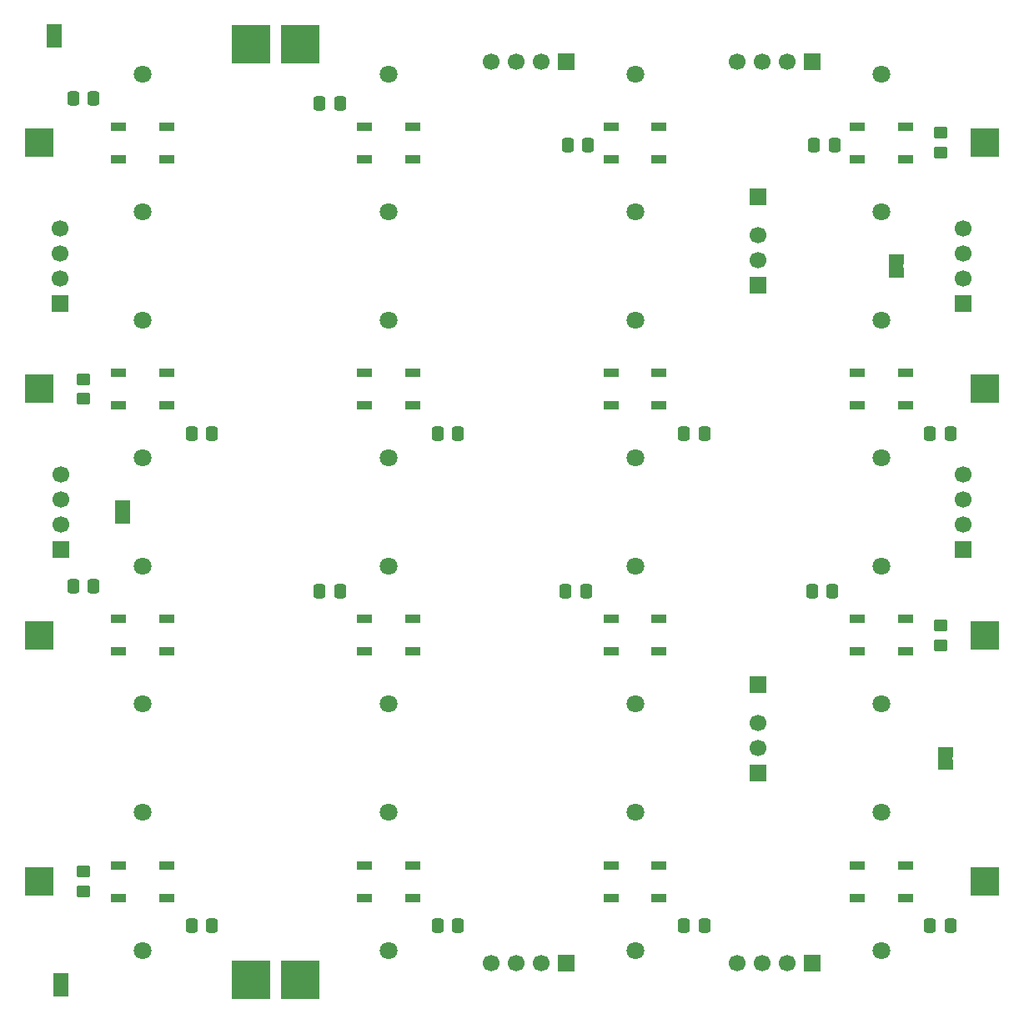
<source format=gts>
%TF.GenerationSoftware,KiCad,Pcbnew,9.0.6*%
%TF.CreationDate,2025-11-15T09:42:16+01:00*%
%TF.ProjectId,mux_led_reed,6d75785f-6c65-4645-9f72-6565642e6b69,1*%
%TF.SameCoordinates,Original*%
%TF.FileFunction,Soldermask,Top*%
%TF.FilePolarity,Negative*%
%FSLAX46Y46*%
G04 Gerber Fmt 4.6, Leading zero omitted, Abs format (unit mm)*
G04 Created by KiCad (PCBNEW 9.0.6) date 2025-11-15 09:42:16*
%MOMM*%
%LPD*%
G01*
G04 APERTURE LIST*
G04 Aperture macros list*
%AMRoundRect*
0 Rectangle with rounded corners*
0 $1 Rounding radius*
0 $2 $3 $4 $5 $6 $7 $8 $9 X,Y pos of 4 corners*
0 Add a 4 corners polygon primitive as box body*
4,1,4,$2,$3,$4,$5,$6,$7,$8,$9,$2,$3,0*
0 Add four circle primitives for the rounded corners*
1,1,$1+$1,$2,$3*
1,1,$1+$1,$4,$5*
1,1,$1+$1,$6,$7*
1,1,$1+$1,$8,$9*
0 Add four rect primitives between the rounded corners*
20,1,$1+$1,$2,$3,$4,$5,0*
20,1,$1+$1,$4,$5,$6,$7,0*
20,1,$1+$1,$6,$7,$8,$9,0*
20,1,$1+$1,$8,$9,$2,$3,0*%
G04 Aperture macros list end*
%ADD10RoundRect,0.090000X0.660000X0.360000X-0.660000X0.360000X-0.660000X-0.360000X0.660000X-0.360000X0*%
%ADD11C,1.800000*%
%ADD12R,1.500000X1.000000*%
%ADD13RoundRect,0.250000X-0.337500X-0.475000X0.337500X-0.475000X0.337500X0.475000X-0.337500X0.475000X0*%
%ADD14R,1.700000X1.700000*%
%ADD15C,1.700000*%
%ADD16R,3.000000X3.000000*%
%ADD17R,4.000000X4.000000*%
%ADD18RoundRect,0.250000X0.450000X-0.350000X0.450000X0.350000X-0.450000X0.350000X-0.450000X-0.350000X0*%
%ADD19RoundRect,0.090000X-0.660000X-0.360000X0.660000X-0.360000X0.660000X0.360000X-0.660000X0.360000X0*%
%ADD20RoundRect,0.250000X0.337500X0.475000X-0.337500X0.475000X-0.337500X-0.475000X0.337500X-0.475000X0*%
G04 APERTURE END LIST*
%TO.C,JP2*%
G36*
X173870000Y-119730000D02*
G01*
X175370000Y-119730000D01*
X175370000Y-119430000D01*
X173870000Y-119430000D01*
X173870000Y-119730000D01*
G37*
%TO.C,JP3*%
G36*
X90370000Y-94730000D02*
G01*
X91870000Y-94730000D01*
X91870000Y-94430000D01*
X90370000Y-94430000D01*
X90370000Y-94730000D01*
G37*
%TO.C,JP1*%
G36*
X84070029Y-142730999D02*
G01*
X85570029Y-142730999D01*
X85570029Y-142430999D01*
X84070029Y-142430999D01*
X84070029Y-142730999D01*
G37*
%TO.C,JP5*%
G36*
X83370707Y-46379293D02*
G01*
X84870707Y-46379293D01*
X84870707Y-46079293D01*
X83370707Y-46079293D01*
X83370707Y-46379293D01*
G37*
%TO.C,JP4*%
G36*
X168870000Y-69730000D02*
G01*
X170370000Y-69730000D01*
X170370000Y-69430000D01*
X168870000Y-69430000D01*
X168870000Y-69730000D01*
G37*
%TD*%
D10*
%TO.C,D11*%
X145570000Y-83730000D03*
X145570000Y-80430000D03*
X140670000Y-80430000D03*
X140670000Y-83730000D03*
%TD*%
D11*
%TO.C,SW9*%
X93120000Y-75080000D03*
X93120000Y-89080000D03*
%TD*%
D12*
%TO.C,JP2*%
X174620000Y-120230000D03*
X174620000Y-118930000D03*
%TD*%
%TO.C,JP3*%
X91120000Y-95230000D03*
X91120000Y-93930000D03*
%TD*%
D13*
%TO.C,C13*%
X161282500Y-57280000D03*
X163357500Y-57280000D03*
%TD*%
D11*
%TO.C,SW15*%
X118120000Y-64080000D03*
X118120000Y-50080000D03*
%TD*%
D14*
%TO.C,J6*%
X161100000Y-140360000D03*
D15*
X158560000Y-140360000D03*
X156020000Y-140360000D03*
X153480000Y-140360000D03*
%TD*%
D10*
%TO.C,D1*%
X95570000Y-133730000D03*
X95570000Y-130430000D03*
X90670000Y-130430000D03*
X90670000Y-133730000D03*
%TD*%
%TO.C,D10*%
X120570000Y-83730000D03*
X120570000Y-80430000D03*
X115670000Y-80430000D03*
X115670000Y-83730000D03*
%TD*%
%TO.C,D12*%
X170570000Y-83730000D03*
X170570000Y-80430000D03*
X165670000Y-80430000D03*
X165670000Y-83730000D03*
%TD*%
D13*
%TO.C,C16*%
X86082500Y-52580000D03*
X88157500Y-52580000D03*
%TD*%
%TO.C,C7*%
X111082500Y-102580000D03*
X113157500Y-102580000D03*
%TD*%
D16*
%TO.C,TP1*%
X82620000Y-132080000D03*
%TD*%
D11*
%TO.C,SW3*%
X143120000Y-125080000D03*
X143120000Y-139080000D03*
%TD*%
D14*
%TO.C,J8*%
X136140000Y-48820000D03*
D15*
X133600000Y-48820000D03*
X131060000Y-48820000D03*
X128520000Y-48820000D03*
%TD*%
D17*
%TO.C,TP9*%
X104120000Y-142080000D03*
%TD*%
%TO.C,TP11*%
X104120000Y-47080000D03*
%TD*%
D18*
%TO.C,R4*%
X174120000Y-58080000D03*
X174120000Y-56080000D03*
%TD*%
%TO.C,R2*%
X174120000Y-108080000D03*
X174120000Y-106080000D03*
%TD*%
D13*
%TO.C,C14*%
X136282500Y-57280000D03*
X138357500Y-57280000D03*
%TD*%
D19*
%TO.C,D16*%
X90670000Y-55430000D03*
X90670000Y-58730000D03*
X95570000Y-58730000D03*
X95570000Y-55430000D03*
%TD*%
D11*
%TO.C,SW1*%
X93120000Y-125080000D03*
X93120000Y-139080000D03*
%TD*%
D13*
%TO.C,C8*%
X86082500Y-102080000D03*
X88157500Y-102080000D03*
%TD*%
D19*
%TO.C,D8*%
X90670000Y-105430000D03*
X90670000Y-108730000D03*
X95570000Y-108730000D03*
X95570000Y-105430000D03*
%TD*%
D11*
%TO.C,SW14*%
X143120000Y-64080000D03*
X143120000Y-50080000D03*
%TD*%
D20*
%TO.C,C2*%
X125157500Y-136580000D03*
X123082500Y-136580000D03*
%TD*%
D10*
%TO.C,D3*%
X145570000Y-133730000D03*
X145570000Y-130430000D03*
X140670000Y-130430000D03*
X140670000Y-133730000D03*
%TD*%
D19*
%TO.C,D6*%
X140670000Y-105430000D03*
X140670000Y-108730000D03*
X145570000Y-108730000D03*
X145570000Y-105430000D03*
%TD*%
D10*
%TO.C,D2*%
X120570000Y-133730000D03*
X120570000Y-130430000D03*
X115670000Y-130430000D03*
X115670000Y-133730000D03*
%TD*%
D14*
%TO.C,J11*%
X176420000Y-73400000D03*
D15*
X176420000Y-70860000D03*
X176420000Y-68320000D03*
X176420000Y-65780000D03*
%TD*%
D20*
%TO.C,C11*%
X150157500Y-86580000D03*
X148082500Y-86580000D03*
%TD*%
D16*
%TO.C,TP6*%
X178620000Y-82080000D03*
%TD*%
D19*
%TO.C,D15*%
X115670000Y-55430000D03*
X115670000Y-58730000D03*
X120570000Y-58730000D03*
X120570000Y-55430000D03*
%TD*%
D11*
%TO.C,SW5*%
X168120000Y-114080000D03*
X168120000Y-100080000D03*
%TD*%
D14*
%TO.C,J10*%
X84820000Y-98400000D03*
D15*
X84820000Y-95860000D03*
X84820000Y-93320000D03*
X84820000Y-90780000D03*
%TD*%
D11*
%TO.C,SW10*%
X118120000Y-75080000D03*
X118120000Y-89080000D03*
%TD*%
D19*
%TO.C,D7*%
X115670000Y-105430000D03*
X115670000Y-108730000D03*
X120570000Y-108730000D03*
X120570000Y-105430000D03*
%TD*%
D20*
%TO.C,C1*%
X100157500Y-136580000D03*
X98082500Y-136580000D03*
%TD*%
D12*
%TO.C,JP1*%
X84820029Y-143230999D03*
X84820029Y-141930999D03*
%TD*%
D11*
%TO.C,SW2*%
X118120000Y-125080000D03*
X118120000Y-139080000D03*
%TD*%
D19*
%TO.C,D13*%
X165670000Y-55430000D03*
X165670000Y-58730000D03*
X170570000Y-58730000D03*
X170570000Y-55430000D03*
%TD*%
D16*
%TO.C,TP7*%
X178620000Y-57080000D03*
%TD*%
D18*
%TO.C,R1*%
X87120000Y-133080000D03*
X87120000Y-131080000D03*
%TD*%
D11*
%TO.C,SW16*%
X93120000Y-64080000D03*
X93120000Y-50080000D03*
%TD*%
D14*
%TO.C,J5*%
X136140000Y-140370000D03*
D15*
X133600000Y-140370000D03*
X131060000Y-140370000D03*
X128520000Y-140370000D03*
%TD*%
D11*
%TO.C,SW13*%
X168120000Y-64080000D03*
X168120000Y-50080000D03*
%TD*%
D12*
%TO.C,JP5*%
X84120707Y-46879293D03*
X84120707Y-45579293D03*
%TD*%
D20*
%TO.C,C10*%
X125157500Y-86580000D03*
X123082500Y-86580000D03*
%TD*%
D17*
%TO.C,TP10*%
X109120000Y-142080000D03*
%TD*%
D16*
%TO.C,TP5*%
X82620000Y-82080000D03*
%TD*%
D11*
%TO.C,SW7*%
X118120000Y-114080000D03*
X118120000Y-100080000D03*
%TD*%
D20*
%TO.C,C4*%
X175157500Y-136580000D03*
X173082500Y-136580000D03*
%TD*%
D11*
%TO.C,SW4*%
X168120000Y-125080000D03*
X168120000Y-139080000D03*
%TD*%
D13*
%TO.C,C5*%
X161082500Y-102580000D03*
X163157500Y-102580000D03*
%TD*%
D18*
%TO.C,R3*%
X87120000Y-83080000D03*
X87120000Y-81080000D03*
%TD*%
D11*
%TO.C,SW6*%
X143120000Y-114080000D03*
X143120000Y-100080000D03*
%TD*%
D20*
%TO.C,C12*%
X175157500Y-86580000D03*
X173082500Y-86580000D03*
%TD*%
%TO.C,C3*%
X150157500Y-136580000D03*
X148082500Y-136580000D03*
%TD*%
D14*
%TO.C,J9*%
X84755000Y-73400000D03*
D15*
X84755000Y-70860000D03*
X84755000Y-68320000D03*
X84755000Y-65780000D03*
%TD*%
D14*
%TO.C,J7*%
X161100000Y-48820000D03*
D15*
X158560000Y-48820000D03*
X156020000Y-48820000D03*
X153480000Y-48820000D03*
%TD*%
D10*
%TO.C,D9*%
X95570000Y-83730000D03*
X95570000Y-80430000D03*
X90670000Y-80430000D03*
X90670000Y-83730000D03*
%TD*%
D16*
%TO.C,TP2*%
X178620000Y-132080000D03*
%TD*%
D11*
%TO.C,SW11*%
X143120000Y-75080000D03*
X143120000Y-89080000D03*
%TD*%
D19*
%TO.C,D14*%
X140670000Y-55430000D03*
X140670000Y-58730000D03*
X145570000Y-58730000D03*
X145570000Y-55430000D03*
%TD*%
D17*
%TO.C,TP12*%
X109120000Y-47080000D03*
%TD*%
D16*
%TO.C,TP3*%
X178620000Y-107080000D03*
%TD*%
D12*
%TO.C,JP4*%
X169620000Y-70230000D03*
X169620000Y-68930000D03*
%TD*%
D13*
%TO.C,C6*%
X136082500Y-102580000D03*
X138157500Y-102580000D03*
%TD*%
D16*
%TO.C,TP8*%
X82620000Y-57080000D03*
%TD*%
D11*
%TO.C,SW8*%
X93120000Y-114080000D03*
X93120000Y-100080000D03*
%TD*%
D20*
%TO.C,C9*%
X100157500Y-86580000D03*
X98082500Y-86580000D03*
%TD*%
D13*
%TO.C,C15*%
X111082500Y-53080000D03*
X113157500Y-53080000D03*
%TD*%
D10*
%TO.C,D4*%
X170570000Y-133730000D03*
X170570000Y-130430000D03*
X165670000Y-130430000D03*
X165670000Y-133730000D03*
%TD*%
D16*
%TO.C,TP4*%
X82620000Y-107080000D03*
%TD*%
D19*
%TO.C,D5*%
X165670000Y-105430000D03*
X165670000Y-108730000D03*
X170570000Y-108730000D03*
X170570000Y-105430000D03*
%TD*%
D11*
%TO.C,SW12*%
X168120000Y-75080000D03*
X168120000Y-89080000D03*
%TD*%
D14*
%TO.C,J12*%
X176420000Y-98400000D03*
D15*
X176420000Y-95860000D03*
X176420000Y-93320000D03*
X176420000Y-90780000D03*
%TD*%
D14*
%TO.C,J1*%
X155620000Y-112080000D03*
%TD*%
%TO.C,J2*%
X155620000Y-121080000D03*
D15*
X155620000Y-118540000D03*
X155620000Y-116000000D03*
%TD*%
D14*
%TO.C,J4*%
X155620000Y-71580000D03*
D15*
X155620000Y-69040000D03*
X155620000Y-66500000D03*
%TD*%
D14*
%TO.C,J3*%
X155620000Y-62580000D03*
%TD*%
M02*

</source>
